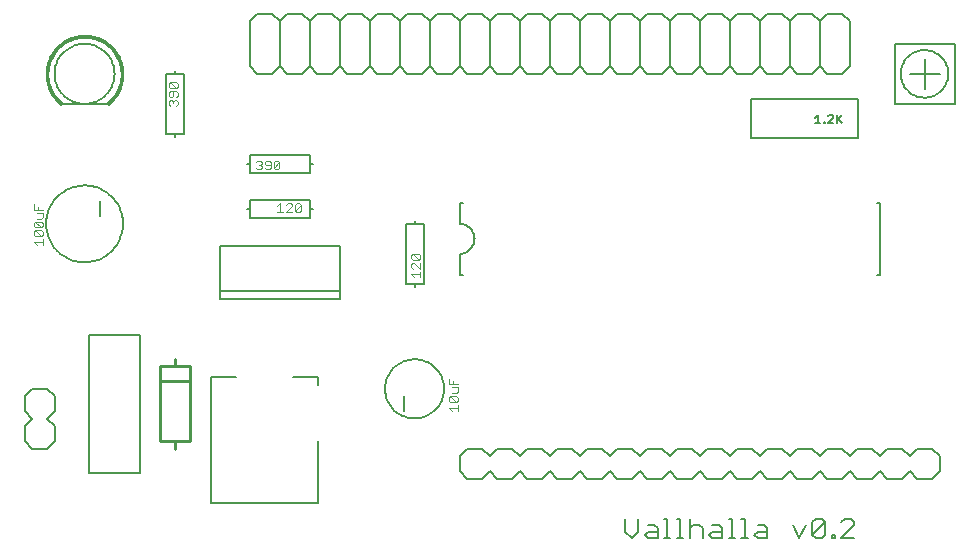
<source format=gto>
G75*
%MOIN*%
%OFA0B0*%
%FSLAX24Y24*%
%IPPOS*%
%LPD*%
%AMOC8*
5,1,8,0,0,1.08239X$1,22.5*
%
%ADD10C,0.0060*%
%ADD11C,0.0050*%
%ADD12C,0.0080*%
%ADD13C,0.0030*%
%ADD14C,0.0010*%
%ADD15C,0.0100*%
D10*
X023210Y001924D02*
X023424Y001710D01*
X023637Y001924D01*
X023637Y002351D01*
X023961Y002137D02*
X024175Y002137D01*
X024282Y002030D01*
X024282Y001710D01*
X023961Y001710D01*
X023855Y001817D01*
X023961Y001924D01*
X024282Y001924D01*
X024499Y001710D02*
X024713Y001710D01*
X024606Y001710D02*
X024606Y002351D01*
X024499Y002351D01*
X024929Y002351D02*
X025036Y002351D01*
X025036Y001710D01*
X025142Y001710D02*
X024929Y001710D01*
X025358Y001710D02*
X025358Y002351D01*
X025465Y002137D02*
X025679Y002137D01*
X025786Y002030D01*
X025786Y001710D01*
X026003Y001817D02*
X026110Y001924D01*
X026430Y001924D01*
X026430Y002030D02*
X026430Y001710D01*
X026110Y001710D01*
X026003Y001817D01*
X026323Y002137D02*
X026430Y002030D01*
X026323Y002137D02*
X026110Y002137D01*
X025465Y002137D02*
X025358Y002030D01*
X026648Y001710D02*
X026861Y001710D01*
X026754Y001710D02*
X026754Y002351D01*
X026648Y002351D01*
X027077Y002351D02*
X027184Y002351D01*
X027184Y001710D01*
X027077Y001710D02*
X027291Y001710D01*
X027507Y001817D02*
X027614Y001924D01*
X027934Y001924D01*
X027934Y002030D02*
X027934Y001710D01*
X027614Y001710D01*
X027507Y001817D01*
X027827Y002137D02*
X027934Y002030D01*
X027827Y002137D02*
X027614Y002137D01*
X028796Y002137D02*
X029010Y001710D01*
X029223Y002137D01*
X029441Y002244D02*
X029547Y002351D01*
X029761Y002351D01*
X029868Y002244D01*
X029441Y001817D01*
X029547Y001710D01*
X029761Y001710D01*
X029868Y001817D01*
X029868Y002244D01*
X030407Y002244D02*
X030514Y002351D01*
X030728Y002351D01*
X030835Y002244D01*
X030835Y002137D01*
X030407Y001710D01*
X030835Y001710D01*
X030192Y001710D02*
X030085Y001710D01*
X030085Y001817D01*
X030192Y001817D01*
X030192Y001710D01*
X029441Y001817D02*
X029441Y002244D01*
X023210Y002351D02*
X023210Y001924D01*
X023430Y017180D02*
X022930Y017180D01*
X022680Y017430D01*
X022680Y018930D01*
X022930Y019180D01*
X023430Y019180D01*
X023680Y018930D01*
X023680Y017430D01*
X023430Y017180D01*
X023680Y017430D02*
X023930Y017180D01*
X024430Y017180D01*
X024680Y017430D01*
X024680Y018930D01*
X024430Y019180D01*
X023930Y019180D01*
X023680Y018930D01*
X024680Y018930D02*
X024930Y019180D01*
X025430Y019180D01*
X025680Y018930D01*
X025680Y017430D01*
X025430Y017180D01*
X024930Y017180D01*
X024680Y017430D01*
X025680Y017430D02*
X025930Y017180D01*
X026430Y017180D01*
X026680Y017430D01*
X026680Y018930D01*
X026430Y019180D01*
X025930Y019180D01*
X025680Y018930D01*
X026680Y018930D02*
X026930Y019180D01*
X027430Y019180D01*
X027680Y018930D01*
X027680Y017430D01*
X027430Y017180D01*
X026930Y017180D01*
X026680Y017430D01*
X027680Y017430D02*
X027930Y017180D01*
X028430Y017180D01*
X028680Y017430D01*
X028680Y018930D01*
X028430Y019180D01*
X027930Y019180D01*
X027680Y018930D01*
X028680Y018930D02*
X028930Y019180D01*
X029430Y019180D01*
X029680Y018930D01*
X029680Y017430D01*
X029430Y017180D01*
X028930Y017180D01*
X028680Y017430D01*
X029680Y017430D02*
X029930Y017180D01*
X030430Y017180D01*
X030680Y017430D01*
X030680Y018930D01*
X030430Y019180D01*
X029930Y019180D01*
X029680Y018930D01*
X022680Y018930D02*
X022430Y019180D01*
X021930Y019180D01*
X021680Y018930D01*
X021680Y017430D01*
X021430Y017180D01*
X020930Y017180D01*
X020680Y017430D01*
X020680Y018930D01*
X020930Y019180D01*
X021430Y019180D01*
X021680Y018930D01*
X020680Y018930D02*
X020430Y019180D01*
X019930Y019180D01*
X019680Y018930D01*
X019680Y017430D01*
X019430Y017180D01*
X018930Y017180D01*
X018680Y017430D01*
X018680Y018930D01*
X018930Y019180D01*
X019430Y019180D01*
X019680Y018930D01*
X018680Y018930D02*
X018430Y019180D01*
X017930Y019180D01*
X017680Y018930D01*
X017680Y017430D01*
X017430Y017180D01*
X016930Y017180D01*
X016680Y017430D01*
X016680Y018930D01*
X016930Y019180D01*
X017430Y019180D01*
X017680Y018930D01*
X016680Y018930D02*
X016430Y019180D01*
X015930Y019180D01*
X015680Y018930D01*
X015680Y017430D01*
X015430Y017180D01*
X014930Y017180D01*
X014680Y017430D01*
X014680Y018930D01*
X014930Y019180D01*
X015430Y019180D01*
X015680Y018930D01*
X014680Y018930D02*
X014430Y019180D01*
X013930Y019180D01*
X013680Y018930D01*
X013680Y017430D01*
X013430Y017180D01*
X012930Y017180D01*
X012680Y017430D01*
X012680Y018930D01*
X012930Y019180D01*
X013430Y019180D01*
X013680Y018930D01*
X012680Y018930D02*
X012430Y019180D01*
X011930Y019180D01*
X011680Y018930D01*
X011430Y019180D01*
X010930Y019180D01*
X010680Y018930D01*
X010680Y017430D01*
X010930Y017180D01*
X011430Y017180D01*
X011680Y017430D01*
X011680Y018930D01*
X011680Y017430D02*
X011930Y017180D01*
X012430Y017180D01*
X012680Y017430D01*
X013680Y017430D02*
X013930Y017180D01*
X014430Y017180D01*
X014680Y017430D01*
X015680Y017430D02*
X015930Y017180D01*
X016430Y017180D01*
X016680Y017430D01*
X017680Y017430D02*
X017930Y017180D01*
X018430Y017180D01*
X018680Y017430D01*
X019680Y017430D02*
X019930Y017180D01*
X020430Y017180D01*
X020680Y017430D01*
X021680Y017430D02*
X021930Y017180D01*
X022430Y017180D01*
X022680Y017430D01*
X004180Y017180D02*
X004182Y017243D01*
X004188Y017305D01*
X004198Y017367D01*
X004211Y017429D01*
X004229Y017489D01*
X004250Y017548D01*
X004275Y017606D01*
X004304Y017662D01*
X004336Y017716D01*
X004371Y017768D01*
X004409Y017817D01*
X004451Y017865D01*
X004495Y017909D01*
X004543Y017951D01*
X004592Y017989D01*
X004644Y018024D01*
X004698Y018056D01*
X004754Y018085D01*
X004812Y018110D01*
X004871Y018131D01*
X004931Y018149D01*
X004993Y018162D01*
X005055Y018172D01*
X005117Y018178D01*
X005180Y018180D01*
X005243Y018178D01*
X005305Y018172D01*
X005367Y018162D01*
X005429Y018149D01*
X005489Y018131D01*
X005548Y018110D01*
X005606Y018085D01*
X005662Y018056D01*
X005716Y018024D01*
X005768Y017989D01*
X005817Y017951D01*
X005865Y017909D01*
X005909Y017865D01*
X005951Y017817D01*
X005989Y017768D01*
X006024Y017716D01*
X006056Y017662D01*
X006085Y017606D01*
X006110Y017548D01*
X006131Y017489D01*
X006149Y017429D01*
X006162Y017367D01*
X006172Y017305D01*
X006178Y017243D01*
X006180Y017180D01*
X006178Y017117D01*
X006172Y017055D01*
X006162Y016993D01*
X006149Y016931D01*
X006131Y016871D01*
X006110Y016812D01*
X006085Y016754D01*
X006056Y016698D01*
X006024Y016644D01*
X005989Y016592D01*
X005951Y016543D01*
X005909Y016495D01*
X005865Y016451D01*
X005817Y016409D01*
X005768Y016371D01*
X005716Y016336D01*
X005662Y016304D01*
X005606Y016275D01*
X005548Y016250D01*
X005489Y016229D01*
X005429Y016211D01*
X005367Y016198D01*
X005305Y016188D01*
X005243Y016182D01*
X005180Y016180D01*
X005117Y016182D01*
X005055Y016188D01*
X004993Y016198D01*
X004931Y016211D01*
X004871Y016229D01*
X004812Y016250D01*
X004754Y016275D01*
X004698Y016304D01*
X004644Y016336D01*
X004592Y016371D01*
X004543Y016409D01*
X004495Y016451D01*
X004451Y016495D01*
X004409Y016543D01*
X004371Y016592D01*
X004336Y016644D01*
X004304Y016698D01*
X004275Y016754D01*
X004250Y016812D01*
X004229Y016871D01*
X004211Y016931D01*
X004198Y016993D01*
X004188Y017055D01*
X004182Y017117D01*
X004180Y017180D01*
D11*
X005324Y003891D02*
X007036Y003891D01*
X007036Y008469D01*
X005324Y008469D01*
X005324Y003891D01*
X029524Y015535D02*
X029704Y015535D01*
X029614Y015535D02*
X029614Y015805D01*
X029524Y015715D01*
X029818Y015580D02*
X029863Y015580D01*
X029863Y015535D01*
X029818Y015535D01*
X029818Y015580D01*
X029966Y015535D02*
X030146Y015715D01*
X030146Y015760D01*
X030101Y015805D01*
X030011Y015805D01*
X029966Y015760D01*
X029966Y015535D02*
X030146Y015535D01*
X030260Y015535D02*
X030260Y015805D01*
X030305Y015670D02*
X030441Y015535D01*
X030260Y015625D02*
X030441Y015805D01*
X032180Y016180D02*
X034180Y016180D01*
X034180Y018180D01*
X032180Y018180D01*
X032180Y016180D01*
X033180Y016680D02*
X033180Y017180D01*
X032389Y017180D02*
X032391Y017236D01*
X032397Y017291D01*
X032407Y017346D01*
X032420Y017400D01*
X032438Y017453D01*
X032459Y017505D01*
X032484Y017555D01*
X032512Y017603D01*
X032543Y017649D01*
X032578Y017693D01*
X032616Y017734D01*
X032656Y017773D01*
X032699Y017808D01*
X032745Y017841D01*
X032793Y017870D01*
X032842Y017895D01*
X032893Y017917D01*
X032946Y017936D01*
X033000Y017950D01*
X033055Y017961D01*
X033110Y017968D01*
X033166Y017971D01*
X033222Y017970D01*
X033277Y017965D01*
X033333Y017956D01*
X033387Y017943D01*
X033440Y017927D01*
X033492Y017907D01*
X033543Y017883D01*
X033592Y017856D01*
X033638Y017825D01*
X033682Y017791D01*
X033724Y017754D01*
X033763Y017714D01*
X033800Y017672D01*
X033833Y017627D01*
X033863Y017580D01*
X033889Y017530D01*
X033912Y017479D01*
X033931Y017427D01*
X033947Y017373D01*
X033959Y017319D01*
X033967Y017264D01*
X033971Y017208D01*
X033971Y017152D01*
X033967Y017096D01*
X033959Y017041D01*
X033947Y016987D01*
X033931Y016933D01*
X033912Y016881D01*
X033889Y016830D01*
X033863Y016780D01*
X033833Y016733D01*
X033800Y016688D01*
X033763Y016646D01*
X033724Y016606D01*
X033682Y016569D01*
X033638Y016535D01*
X033592Y016504D01*
X033543Y016477D01*
X033492Y016453D01*
X033440Y016433D01*
X033387Y016417D01*
X033333Y016404D01*
X033277Y016395D01*
X033222Y016390D01*
X033166Y016389D01*
X033110Y016392D01*
X033055Y016399D01*
X033000Y016410D01*
X032946Y016424D01*
X032893Y016443D01*
X032842Y016465D01*
X032793Y016490D01*
X032745Y016519D01*
X032699Y016552D01*
X032656Y016587D01*
X032616Y016626D01*
X032578Y016667D01*
X032543Y016711D01*
X032512Y016757D01*
X032484Y016805D01*
X032459Y016855D01*
X032438Y016907D01*
X032420Y016960D01*
X032407Y017014D01*
X032397Y017069D01*
X032391Y017124D01*
X032389Y017180D01*
X032680Y017180D02*
X033180Y017180D01*
X033180Y017680D01*
X033180Y017180D02*
X033680Y017180D01*
D12*
X030952Y016330D02*
X027408Y016330D01*
X027408Y015030D01*
X030952Y015030D01*
X030952Y016330D01*
X031580Y012880D02*
X031680Y012880D01*
X031680Y010480D01*
X031580Y010480D01*
X031430Y004680D02*
X030930Y004680D01*
X030680Y004430D01*
X030430Y004680D01*
X029930Y004680D01*
X029680Y004430D01*
X029430Y004680D01*
X028930Y004680D01*
X028680Y004430D01*
X028430Y004680D01*
X027930Y004680D01*
X027680Y004430D01*
X027430Y004680D01*
X026930Y004680D01*
X026680Y004430D01*
X026430Y004680D01*
X025930Y004680D01*
X025680Y004430D01*
X025430Y004680D01*
X024930Y004680D01*
X024680Y004430D01*
X024430Y004680D01*
X023930Y004680D01*
X023680Y004430D01*
X023430Y004680D01*
X022930Y004680D01*
X022680Y004430D01*
X022430Y004680D01*
X021930Y004680D01*
X021680Y004430D01*
X021430Y004680D01*
X020930Y004680D01*
X020680Y004430D01*
X020430Y004680D01*
X019930Y004680D01*
X019680Y004430D01*
X019430Y004680D01*
X018930Y004680D01*
X018680Y004430D01*
X018430Y004680D01*
X017930Y004680D01*
X017680Y004430D01*
X017680Y003930D01*
X017930Y003680D01*
X018430Y003680D01*
X018680Y003930D01*
X018930Y003680D01*
X019430Y003680D01*
X019680Y003930D01*
X019930Y003680D01*
X020430Y003680D01*
X020680Y003930D01*
X020930Y003680D01*
X021430Y003680D01*
X021680Y003930D01*
X021930Y003680D01*
X022430Y003680D01*
X022680Y003930D01*
X022930Y003680D01*
X023430Y003680D01*
X023680Y003930D01*
X023930Y003680D01*
X024430Y003680D01*
X024680Y003930D01*
X024930Y003680D01*
X025430Y003680D01*
X025680Y003930D01*
X025930Y003680D01*
X026430Y003680D01*
X026680Y003930D01*
X026930Y003680D01*
X027430Y003680D01*
X027680Y003930D01*
X027930Y003680D01*
X028430Y003680D01*
X028680Y003930D01*
X028930Y003680D01*
X029430Y003680D01*
X029680Y003930D01*
X029930Y003680D01*
X030430Y003680D01*
X030680Y003930D01*
X030930Y003680D01*
X031430Y003680D01*
X031680Y003930D01*
X031930Y003680D01*
X032430Y003680D01*
X032680Y003930D01*
X032930Y003680D01*
X033430Y003680D01*
X033680Y003930D01*
X033680Y004430D01*
X033430Y004680D01*
X032930Y004680D01*
X032680Y004430D01*
X032430Y004680D01*
X031930Y004680D01*
X031680Y004430D01*
X031430Y004680D01*
X033680Y004430D02*
X033680Y003930D01*
X017780Y010480D02*
X017680Y010480D01*
X017680Y011180D01*
X017724Y011182D01*
X017767Y011188D01*
X017809Y011197D01*
X017851Y011210D01*
X017891Y011227D01*
X017930Y011247D01*
X017967Y011270D01*
X018001Y011297D01*
X018034Y011326D01*
X018063Y011359D01*
X018090Y011393D01*
X018113Y011430D01*
X018133Y011469D01*
X018150Y011509D01*
X018163Y011551D01*
X018172Y011593D01*
X018178Y011636D01*
X018180Y011680D01*
X018178Y011724D01*
X018172Y011767D01*
X018163Y011809D01*
X018150Y011851D01*
X018133Y011891D01*
X018113Y011930D01*
X018090Y011967D01*
X018063Y012001D01*
X018034Y012034D01*
X018001Y012063D01*
X017967Y012090D01*
X017930Y012113D01*
X017891Y012133D01*
X017851Y012150D01*
X017809Y012163D01*
X017767Y012172D01*
X017724Y012178D01*
X017680Y012180D01*
X017680Y012880D01*
X017780Y012880D01*
X016480Y012180D02*
X016480Y010180D01*
X016180Y010180D01*
X016180Y010080D01*
X016180Y010180D02*
X015880Y010180D01*
X015880Y012180D01*
X016180Y012180D01*
X016180Y012280D01*
X016180Y012180D02*
X016480Y012180D01*
X013680Y011430D02*
X013680Y009930D01*
X009680Y009930D01*
X009680Y011430D01*
X013680Y011430D01*
X012680Y012380D02*
X012680Y012680D01*
X012780Y012680D01*
X012680Y012680D02*
X012680Y012980D01*
X010680Y012980D01*
X010680Y012680D01*
X010580Y012680D01*
X010680Y012680D02*
X010680Y012380D01*
X012680Y012380D01*
X012680Y013880D02*
X010680Y013880D01*
X010680Y014180D01*
X010580Y014180D01*
X010680Y014180D02*
X010680Y014480D01*
X012680Y014480D01*
X012680Y014180D01*
X012780Y014180D01*
X012680Y014180D02*
X012680Y013880D01*
X008480Y015180D02*
X008180Y015180D01*
X008180Y015080D01*
X008180Y015180D02*
X007880Y015180D01*
X007880Y017180D01*
X008180Y017180D01*
X008180Y017280D01*
X008180Y017180D02*
X008480Y017180D01*
X008480Y015180D01*
X005930Y016180D02*
X004430Y016180D01*
X005680Y012930D02*
X005680Y012430D01*
X003900Y012180D02*
X003902Y012251D01*
X003908Y012322D01*
X003918Y012393D01*
X003932Y012462D01*
X003949Y012531D01*
X003971Y012599D01*
X003996Y012666D01*
X004025Y012731D01*
X004057Y012794D01*
X004093Y012856D01*
X004132Y012915D01*
X004175Y012972D01*
X004220Y013027D01*
X004269Y013079D01*
X004320Y013128D01*
X004374Y013174D01*
X004431Y013218D01*
X004489Y013258D01*
X004550Y013294D01*
X004613Y013328D01*
X004678Y013357D01*
X004744Y013383D01*
X004812Y013406D01*
X004880Y013424D01*
X004950Y013439D01*
X005020Y013450D01*
X005091Y013457D01*
X005162Y013460D01*
X005233Y013459D01*
X005304Y013454D01*
X005375Y013445D01*
X005445Y013432D01*
X005514Y013416D01*
X005582Y013395D01*
X005649Y013371D01*
X005715Y013343D01*
X005778Y013311D01*
X005840Y013276D01*
X005900Y013238D01*
X005958Y013196D01*
X006013Y013152D01*
X006066Y013104D01*
X006116Y013053D01*
X006163Y013000D01*
X006207Y012944D01*
X006248Y012886D01*
X006286Y012825D01*
X006320Y012763D01*
X006350Y012698D01*
X006377Y012633D01*
X006401Y012565D01*
X006420Y012497D01*
X006436Y012428D01*
X006448Y012357D01*
X006456Y012287D01*
X006460Y012216D01*
X006460Y012144D01*
X006456Y012073D01*
X006448Y012003D01*
X006436Y011932D01*
X006420Y011863D01*
X006401Y011795D01*
X006377Y011727D01*
X006350Y011662D01*
X006320Y011597D01*
X006286Y011535D01*
X006248Y011474D01*
X006207Y011416D01*
X006163Y011360D01*
X006116Y011307D01*
X006066Y011256D01*
X006013Y011208D01*
X005958Y011164D01*
X005900Y011122D01*
X005840Y011084D01*
X005778Y011049D01*
X005715Y011017D01*
X005649Y010989D01*
X005582Y010965D01*
X005514Y010944D01*
X005445Y010928D01*
X005375Y010915D01*
X005304Y010906D01*
X005233Y010901D01*
X005162Y010900D01*
X005091Y010903D01*
X005020Y010910D01*
X004950Y010921D01*
X004880Y010936D01*
X004812Y010954D01*
X004744Y010977D01*
X004678Y011003D01*
X004613Y011032D01*
X004550Y011066D01*
X004489Y011102D01*
X004431Y011142D01*
X004374Y011186D01*
X004320Y011232D01*
X004269Y011281D01*
X004220Y011333D01*
X004175Y011388D01*
X004132Y011445D01*
X004093Y011504D01*
X004057Y011566D01*
X004025Y011629D01*
X003996Y011694D01*
X003971Y011761D01*
X003949Y011829D01*
X003932Y011898D01*
X003918Y011967D01*
X003908Y012038D01*
X003902Y012109D01*
X003900Y012180D01*
X009680Y009930D02*
X009680Y009680D01*
X013680Y009680D01*
X013680Y009930D01*
X012952Y007074D02*
X012125Y007074D01*
X012952Y007074D02*
X012952Y006798D01*
X015818Y006426D02*
X015818Y005926D01*
X015196Y006680D02*
X015198Y006742D01*
X015204Y006805D01*
X015214Y006866D01*
X015228Y006927D01*
X015245Y006987D01*
X015266Y007046D01*
X015292Y007103D01*
X015320Y007158D01*
X015352Y007212D01*
X015388Y007263D01*
X015426Y007313D01*
X015468Y007359D01*
X015512Y007403D01*
X015560Y007444D01*
X015609Y007482D01*
X015661Y007516D01*
X015715Y007547D01*
X015771Y007575D01*
X015829Y007599D01*
X015888Y007620D01*
X015948Y007636D01*
X016009Y007649D01*
X016071Y007658D01*
X016133Y007663D01*
X016196Y007664D01*
X016258Y007661D01*
X016320Y007654D01*
X016382Y007643D01*
X016442Y007628D01*
X016502Y007610D01*
X016560Y007588D01*
X016617Y007562D01*
X016672Y007532D01*
X016725Y007499D01*
X016776Y007463D01*
X016824Y007424D01*
X016870Y007381D01*
X016913Y007336D01*
X016953Y007288D01*
X016990Y007238D01*
X017024Y007185D01*
X017055Y007131D01*
X017081Y007075D01*
X017105Y007017D01*
X017124Y006957D01*
X017140Y006897D01*
X017152Y006835D01*
X017160Y006774D01*
X017164Y006711D01*
X017164Y006649D01*
X017160Y006586D01*
X017152Y006525D01*
X017140Y006463D01*
X017124Y006403D01*
X017105Y006343D01*
X017081Y006285D01*
X017055Y006229D01*
X017024Y006175D01*
X016990Y006122D01*
X016953Y006072D01*
X016913Y006024D01*
X016870Y005979D01*
X016824Y005936D01*
X016776Y005897D01*
X016725Y005861D01*
X016672Y005828D01*
X016617Y005798D01*
X016560Y005772D01*
X016502Y005750D01*
X016442Y005732D01*
X016382Y005717D01*
X016320Y005706D01*
X016258Y005699D01*
X016196Y005696D01*
X016133Y005697D01*
X016071Y005702D01*
X016009Y005711D01*
X015948Y005724D01*
X015888Y005740D01*
X015829Y005761D01*
X015771Y005785D01*
X015715Y005813D01*
X015661Y005844D01*
X015609Y005878D01*
X015560Y005916D01*
X015512Y005957D01*
X015468Y006001D01*
X015426Y006047D01*
X015388Y006097D01*
X015352Y006148D01*
X015320Y006202D01*
X015292Y006257D01*
X015266Y006314D01*
X015245Y006373D01*
X015228Y006433D01*
X015214Y006494D01*
X015204Y006555D01*
X015198Y006618D01*
X015196Y006680D01*
X012952Y004948D02*
X012952Y002861D01*
X009408Y002861D01*
X009408Y007074D01*
X010235Y007074D01*
X004180Y006430D02*
X004180Y005930D01*
X003930Y005680D01*
X004180Y005430D01*
X004180Y004930D01*
X003930Y004680D01*
X003430Y004680D01*
X003180Y004930D01*
X003180Y005430D01*
X003430Y005680D01*
X003180Y005930D01*
X003180Y006430D01*
X003430Y006680D01*
X003930Y006680D01*
X004180Y006430D01*
X017680Y004430D02*
X017680Y003930D01*
D13*
X017615Y005945D02*
X017615Y006138D01*
X017615Y006042D02*
X017325Y006042D01*
X017422Y005945D01*
X017373Y006240D02*
X017325Y006288D01*
X017325Y006385D01*
X017373Y006433D01*
X017567Y006240D01*
X017615Y006288D01*
X017615Y006385D01*
X017567Y006433D01*
X017373Y006433D01*
X017422Y006534D02*
X017567Y006534D01*
X017615Y006583D01*
X017615Y006728D01*
X017422Y006728D01*
X017470Y006829D02*
X017470Y006926D01*
X017325Y007022D02*
X017325Y006829D01*
X017615Y006829D01*
X017567Y006240D02*
X017373Y006240D01*
X016365Y010395D02*
X016365Y010588D01*
X016365Y010492D02*
X016075Y010492D01*
X016172Y010395D01*
X016123Y010690D02*
X016075Y010738D01*
X016075Y010835D01*
X016123Y010883D01*
X016172Y010883D01*
X016365Y010690D01*
X016365Y010883D01*
X016317Y010984D02*
X016123Y011178D01*
X016317Y011178D01*
X016365Y011129D01*
X016365Y011033D01*
X016317Y010984D01*
X016123Y010984D01*
X016075Y011033D01*
X016075Y011129D01*
X016123Y011178D01*
X012394Y012623D02*
X012345Y012575D01*
X012249Y012575D01*
X012200Y012623D01*
X012394Y012817D01*
X012394Y012623D01*
X012200Y012623D02*
X012200Y012817D01*
X012249Y012865D01*
X012345Y012865D01*
X012394Y012817D01*
X012099Y012817D02*
X012051Y012865D01*
X011954Y012865D01*
X011906Y012817D01*
X012099Y012817D02*
X012099Y012768D01*
X011906Y012575D01*
X012099Y012575D01*
X011805Y012575D02*
X011611Y012575D01*
X011708Y012575D02*
X011708Y012865D01*
X011611Y012768D01*
X011629Y013995D02*
X011533Y013995D01*
X011484Y014043D01*
X011678Y014237D01*
X011678Y014043D01*
X011629Y013995D01*
X011484Y014043D02*
X011484Y014237D01*
X011533Y014285D01*
X011629Y014285D01*
X011678Y014237D01*
X011383Y014237D02*
X011335Y014285D01*
X011238Y014285D01*
X011190Y014237D01*
X011190Y014188D01*
X011238Y014140D01*
X011383Y014140D01*
X011383Y014043D02*
X011383Y014237D01*
X011383Y014043D02*
X011335Y013995D01*
X011238Y013995D01*
X011190Y014043D01*
X011088Y014043D02*
X011040Y013995D01*
X010943Y013995D01*
X010895Y014043D01*
X010992Y014140D02*
X011040Y014140D01*
X011088Y014092D01*
X011088Y014043D01*
X011040Y014140D02*
X011088Y014188D01*
X011088Y014237D01*
X011040Y014285D01*
X010943Y014285D01*
X010895Y014237D01*
X008285Y016159D02*
X008237Y016111D01*
X008285Y016159D02*
X008285Y016256D01*
X008237Y016305D01*
X008188Y016305D01*
X008140Y016256D01*
X008140Y016208D01*
X008140Y016256D02*
X008092Y016305D01*
X008043Y016305D01*
X007995Y016256D01*
X007995Y016159D01*
X008043Y016111D01*
X008043Y016406D02*
X008092Y016406D01*
X008140Y016454D01*
X008140Y016599D01*
X008237Y016599D02*
X008043Y016599D01*
X007995Y016551D01*
X007995Y016454D01*
X008043Y016406D01*
X008237Y016406D02*
X008285Y016454D01*
X008285Y016551D01*
X008237Y016599D01*
X008237Y016700D02*
X008043Y016894D01*
X008237Y016894D01*
X008285Y016845D01*
X008285Y016749D01*
X008237Y016700D01*
X008043Y016700D01*
X007995Y016749D01*
X007995Y016845D01*
X008043Y016894D01*
X003785Y012650D02*
X003495Y012650D01*
X003495Y012844D01*
X003640Y012747D02*
X003640Y012650D01*
X003592Y012549D02*
X003785Y012549D01*
X003785Y012404D01*
X003737Y012356D01*
X003592Y012356D01*
X003543Y012255D02*
X003737Y012061D01*
X003785Y012109D01*
X003785Y012206D01*
X003737Y012255D01*
X003543Y012255D01*
X003495Y012206D01*
X003495Y012109D01*
X003543Y012061D01*
X003737Y012061D01*
X003737Y011960D02*
X003785Y011912D01*
X003785Y011815D01*
X003737Y011766D01*
X003543Y011960D01*
X003737Y011960D01*
X003737Y011766D02*
X003543Y011766D01*
X003495Y011815D01*
X003495Y011912D01*
X003543Y011960D01*
X003785Y011665D02*
X003785Y011472D01*
X003785Y011568D02*
X003495Y011568D01*
X003592Y011472D01*
D14*
X005960Y016148D02*
X005906Y016220D01*
X005907Y016219D02*
X005960Y016262D01*
X006011Y016307D01*
X006059Y016356D01*
X006104Y016407D01*
X006147Y016461D01*
X006186Y016517D01*
X006222Y016575D01*
X006255Y016635D01*
X006284Y016696D01*
X006309Y016760D01*
X006331Y016824D01*
X006350Y016890D01*
X006364Y016957D01*
X006375Y017024D01*
X006382Y017092D01*
X006385Y017160D01*
X006384Y017229D01*
X006379Y017297D01*
X006371Y017365D01*
X006358Y017432D01*
X006342Y017498D01*
X006322Y017563D01*
X006299Y017628D01*
X006272Y017690D01*
X006241Y017751D01*
X006207Y017810D01*
X006170Y017868D01*
X006129Y017923D01*
X006085Y017975D01*
X006039Y018025D01*
X005990Y018072D01*
X005938Y018117D01*
X005884Y018158D01*
X005827Y018197D01*
X005768Y018232D01*
X005708Y018263D01*
X005646Y018291D01*
X005582Y018316D01*
X005517Y018337D01*
X005451Y018354D01*
X005384Y018368D01*
X005316Y018377D01*
X005248Y018383D01*
X005180Y018385D01*
X005112Y018383D01*
X005044Y018377D01*
X004976Y018368D01*
X004909Y018354D01*
X004843Y018337D01*
X004778Y018316D01*
X004714Y018291D01*
X004652Y018263D01*
X004592Y018232D01*
X004533Y018197D01*
X004476Y018158D01*
X004422Y018117D01*
X004370Y018072D01*
X004321Y018025D01*
X004275Y017975D01*
X004231Y017923D01*
X004190Y017868D01*
X004153Y017810D01*
X004119Y017751D01*
X004088Y017690D01*
X004061Y017628D01*
X004038Y017563D01*
X004018Y017498D01*
X004002Y017432D01*
X003989Y017365D01*
X003981Y017297D01*
X003976Y017229D01*
X003975Y017160D01*
X003978Y017092D01*
X003985Y017024D01*
X003996Y016957D01*
X004010Y016890D01*
X004029Y016824D01*
X004051Y016760D01*
X004076Y016696D01*
X004105Y016635D01*
X004138Y016575D01*
X004174Y016517D01*
X004213Y016461D01*
X004256Y016407D01*
X004301Y016356D01*
X004349Y016307D01*
X004400Y016262D01*
X004453Y016219D01*
X004400Y016148D01*
X004399Y016147D01*
X004344Y016191D01*
X004291Y016239D01*
X004240Y016289D01*
X004193Y016342D01*
X004149Y016397D01*
X004107Y016455D01*
X004069Y016515D01*
X004034Y016576D01*
X004003Y016640D01*
X003975Y016705D01*
X003951Y016772D01*
X003930Y016840D01*
X003914Y016909D01*
X003901Y016979D01*
X003892Y017049D01*
X003886Y017120D01*
X003885Y017191D01*
X003888Y017262D01*
X003894Y017333D01*
X003904Y017403D01*
X003918Y017472D01*
X003936Y017541D01*
X003958Y017609D01*
X003983Y017675D01*
X004012Y017740D01*
X004045Y017803D01*
X004081Y017864D01*
X004120Y017923D01*
X004162Y017980D01*
X004207Y018035D01*
X004256Y018087D01*
X004307Y018136D01*
X004360Y018183D01*
X004417Y018226D01*
X004475Y018266D01*
X004536Y018303D01*
X004598Y018337D01*
X004662Y018367D01*
X004728Y018394D01*
X004795Y018417D01*
X004864Y018436D01*
X004933Y018451D01*
X005003Y018463D01*
X005074Y018471D01*
X005145Y018475D01*
X005215Y018475D01*
X005286Y018471D01*
X005357Y018463D01*
X005427Y018451D01*
X005496Y018436D01*
X005565Y018417D01*
X005632Y018394D01*
X005698Y018367D01*
X005762Y018337D01*
X005824Y018303D01*
X005885Y018266D01*
X005943Y018226D01*
X006000Y018183D01*
X006053Y018136D01*
X006104Y018087D01*
X006153Y018035D01*
X006198Y017980D01*
X006240Y017923D01*
X006279Y017864D01*
X006315Y017803D01*
X006348Y017740D01*
X006377Y017675D01*
X006402Y017609D01*
X006424Y017541D01*
X006442Y017472D01*
X006456Y017403D01*
X006466Y017333D01*
X006472Y017262D01*
X006475Y017191D01*
X006474Y017120D01*
X006468Y017049D01*
X006459Y016979D01*
X006446Y016909D01*
X006430Y016840D01*
X006409Y016772D01*
X006385Y016705D01*
X006357Y016640D01*
X006326Y016576D01*
X006291Y016515D01*
X006253Y016455D01*
X006211Y016397D01*
X006167Y016342D01*
X006120Y016289D01*
X006069Y016239D01*
X006016Y016191D01*
X005961Y016147D01*
X005956Y016154D01*
X006011Y016199D01*
X006064Y016246D01*
X006115Y016297D01*
X006162Y016350D01*
X006207Y016406D01*
X006248Y016464D01*
X006286Y016524D01*
X006321Y016586D01*
X006352Y016650D01*
X006379Y016716D01*
X006403Y016783D01*
X006423Y016852D01*
X006440Y016921D01*
X006452Y016991D01*
X006461Y017062D01*
X006465Y017133D01*
X006466Y017204D01*
X006462Y017275D01*
X006455Y017346D01*
X006444Y017417D01*
X006429Y017486D01*
X006410Y017555D01*
X006387Y017623D01*
X006361Y017689D01*
X006331Y017754D01*
X006297Y017816D01*
X006261Y017877D01*
X006220Y017936D01*
X006177Y017993D01*
X006130Y018047D01*
X006081Y018098D01*
X006028Y018146D01*
X005974Y018192D01*
X005916Y018234D01*
X005857Y018273D01*
X005795Y018309D01*
X005732Y018342D01*
X005667Y018370D01*
X005600Y018396D01*
X005532Y018417D01*
X005463Y018435D01*
X005393Y018448D01*
X005322Y018458D01*
X005251Y018464D01*
X005180Y018466D01*
X005109Y018464D01*
X005038Y018458D01*
X004967Y018448D01*
X004897Y018435D01*
X004828Y018417D01*
X004760Y018396D01*
X004693Y018370D01*
X004628Y018342D01*
X004565Y018309D01*
X004503Y018273D01*
X004444Y018234D01*
X004386Y018192D01*
X004332Y018146D01*
X004279Y018098D01*
X004230Y018047D01*
X004183Y017993D01*
X004140Y017936D01*
X004099Y017877D01*
X004063Y017816D01*
X004029Y017754D01*
X003999Y017689D01*
X003973Y017623D01*
X003950Y017555D01*
X003931Y017486D01*
X003916Y017417D01*
X003905Y017346D01*
X003898Y017275D01*
X003894Y017204D01*
X003895Y017133D01*
X003899Y017062D01*
X003908Y016991D01*
X003920Y016921D01*
X003937Y016852D01*
X003957Y016783D01*
X003981Y016716D01*
X004008Y016650D01*
X004039Y016586D01*
X004074Y016524D01*
X004112Y016464D01*
X004153Y016406D01*
X004198Y016350D01*
X004245Y016297D01*
X004296Y016246D01*
X004349Y016199D01*
X004404Y016154D01*
X004410Y016161D01*
X004355Y016206D01*
X004302Y016253D01*
X004252Y016303D01*
X004205Y016356D01*
X004161Y016411D01*
X004119Y016469D01*
X004082Y016528D01*
X004047Y016590D01*
X004016Y016654D01*
X003989Y016719D01*
X003965Y016786D01*
X003945Y016854D01*
X003929Y016923D01*
X003917Y016992D01*
X003908Y017063D01*
X003904Y017133D01*
X003903Y017204D01*
X003907Y017275D01*
X003914Y017345D01*
X003925Y017415D01*
X003940Y017484D01*
X003959Y017552D01*
X003981Y017620D01*
X004007Y017685D01*
X004037Y017750D01*
X004070Y017812D01*
X004107Y017872D01*
X004147Y017931D01*
X004190Y017987D01*
X004236Y018041D01*
X004286Y018091D01*
X004337Y018140D01*
X004392Y018185D01*
X004449Y018227D01*
X004508Y018266D01*
X004569Y018301D01*
X004632Y018334D01*
X004697Y018362D01*
X004763Y018387D01*
X004831Y018408D01*
X004899Y018426D01*
X004969Y018439D01*
X005039Y018449D01*
X005109Y018455D01*
X005180Y018457D01*
X005251Y018455D01*
X005321Y018449D01*
X005391Y018439D01*
X005461Y018426D01*
X005529Y018408D01*
X005597Y018387D01*
X005663Y018362D01*
X005728Y018334D01*
X005791Y018301D01*
X005852Y018266D01*
X005911Y018227D01*
X005968Y018185D01*
X006023Y018140D01*
X006074Y018091D01*
X006124Y018041D01*
X006170Y017987D01*
X006213Y017931D01*
X006253Y017872D01*
X006290Y017812D01*
X006323Y017750D01*
X006353Y017685D01*
X006379Y017620D01*
X006401Y017552D01*
X006420Y017484D01*
X006435Y017415D01*
X006446Y017345D01*
X006453Y017275D01*
X006457Y017204D01*
X006456Y017133D01*
X006452Y017063D01*
X006443Y016992D01*
X006431Y016923D01*
X006415Y016854D01*
X006395Y016786D01*
X006371Y016719D01*
X006344Y016654D01*
X006313Y016590D01*
X006278Y016528D01*
X006241Y016469D01*
X006199Y016411D01*
X006155Y016356D01*
X006108Y016303D01*
X006058Y016253D01*
X006005Y016206D01*
X005950Y016161D01*
X005945Y016169D01*
X006000Y016213D01*
X006053Y016261D01*
X006103Y016311D01*
X006151Y016364D01*
X006195Y016420D01*
X006236Y016478D01*
X006273Y016538D01*
X006308Y016600D01*
X006338Y016664D01*
X006365Y016730D01*
X006389Y016797D01*
X006408Y016865D01*
X006424Y016935D01*
X006436Y017005D01*
X006444Y017075D01*
X006448Y017146D01*
X006447Y017217D01*
X006443Y017288D01*
X006435Y017359D01*
X006423Y017429D01*
X006407Y017498D01*
X006388Y017566D01*
X006364Y017634D01*
X006337Y017699D01*
X006306Y017763D01*
X006272Y017825D01*
X006234Y017885D01*
X006192Y017943D01*
X006148Y017999D01*
X006101Y018052D01*
X006050Y018102D01*
X005997Y018149D01*
X005942Y018194D01*
X005884Y018235D01*
X005824Y018272D01*
X005761Y018307D01*
X005697Y018338D01*
X005632Y018365D01*
X005565Y018388D01*
X005496Y018408D01*
X005427Y018424D01*
X005357Y018436D01*
X005286Y018444D01*
X005216Y018448D01*
X005144Y018448D01*
X005074Y018444D01*
X005003Y018436D01*
X004933Y018424D01*
X004864Y018408D01*
X004795Y018388D01*
X004728Y018365D01*
X004663Y018338D01*
X004599Y018307D01*
X004536Y018272D01*
X004476Y018235D01*
X004418Y018194D01*
X004363Y018149D01*
X004310Y018102D01*
X004259Y018052D01*
X004212Y017999D01*
X004168Y017943D01*
X004126Y017885D01*
X004088Y017825D01*
X004054Y017763D01*
X004023Y017699D01*
X003996Y017634D01*
X003972Y017566D01*
X003953Y017498D01*
X003937Y017429D01*
X003925Y017359D01*
X003917Y017288D01*
X003913Y017217D01*
X003912Y017146D01*
X003916Y017075D01*
X003924Y017005D01*
X003936Y016935D01*
X003952Y016865D01*
X003971Y016797D01*
X003995Y016730D01*
X004022Y016664D01*
X004052Y016600D01*
X004087Y016538D01*
X004124Y016478D01*
X004165Y016420D01*
X004209Y016364D01*
X004257Y016311D01*
X004307Y016261D01*
X004360Y016213D01*
X004415Y016169D01*
X004421Y016176D01*
X004366Y016220D01*
X004313Y016267D01*
X004263Y016317D01*
X004216Y016370D01*
X004172Y016425D01*
X004132Y016483D01*
X004094Y016542D01*
X004060Y016604D01*
X004030Y016668D01*
X004003Y016733D01*
X003980Y016800D01*
X003960Y016868D01*
X003945Y016936D01*
X003933Y017006D01*
X003925Y017076D01*
X003921Y017147D01*
X003922Y017217D01*
X003926Y017288D01*
X003934Y017358D01*
X003946Y017427D01*
X003961Y017496D01*
X003981Y017564D01*
X004004Y017630D01*
X004031Y017695D01*
X004062Y017759D01*
X004096Y017821D01*
X004134Y017880D01*
X004175Y017938D01*
X004219Y017993D01*
X004266Y018046D01*
X004316Y018095D01*
X004368Y018142D01*
X004424Y018186D01*
X004481Y018227D01*
X004541Y018265D01*
X004603Y018299D01*
X004666Y018329D01*
X004731Y018356D01*
X004798Y018380D01*
X004866Y018399D01*
X004935Y018415D01*
X005004Y018427D01*
X005074Y018435D01*
X005145Y018439D01*
X005215Y018439D01*
X005286Y018435D01*
X005356Y018427D01*
X005425Y018415D01*
X005494Y018399D01*
X005562Y018380D01*
X005629Y018356D01*
X005694Y018329D01*
X005757Y018299D01*
X005819Y018265D01*
X005879Y018227D01*
X005936Y018186D01*
X005992Y018142D01*
X006044Y018095D01*
X006094Y018046D01*
X006141Y017993D01*
X006185Y017938D01*
X006226Y017880D01*
X006264Y017821D01*
X006298Y017759D01*
X006329Y017695D01*
X006356Y017630D01*
X006379Y017564D01*
X006399Y017496D01*
X006414Y017427D01*
X006426Y017358D01*
X006434Y017288D01*
X006438Y017217D01*
X006439Y017147D01*
X006435Y017076D01*
X006427Y017006D01*
X006415Y016936D01*
X006400Y016868D01*
X006380Y016800D01*
X006357Y016733D01*
X006330Y016668D01*
X006300Y016604D01*
X006266Y016542D01*
X006228Y016483D01*
X006188Y016425D01*
X006144Y016370D01*
X006097Y016317D01*
X006047Y016267D01*
X005994Y016220D01*
X005939Y016176D01*
X005934Y016183D01*
X005989Y016227D01*
X006041Y016274D01*
X006090Y016323D01*
X006137Y016376D01*
X006180Y016430D01*
X006221Y016488D01*
X006258Y016547D01*
X006292Y016608D01*
X006322Y016672D01*
X006349Y016736D01*
X006372Y016803D01*
X006391Y016870D01*
X006406Y016938D01*
X006418Y017007D01*
X006426Y017077D01*
X006430Y017147D01*
X006429Y017217D01*
X006425Y017287D01*
X006417Y017356D01*
X006406Y017425D01*
X006390Y017494D01*
X006371Y017561D01*
X006347Y017627D01*
X006320Y017692D01*
X006290Y017755D01*
X006256Y017816D01*
X006219Y017875D01*
X006178Y017933D01*
X006134Y017987D01*
X006088Y018039D01*
X006038Y018089D01*
X005986Y018136D01*
X005931Y018179D01*
X005874Y018220D01*
X005815Y018257D01*
X005753Y018291D01*
X005690Y018321D01*
X005625Y018348D01*
X005559Y018371D01*
X005492Y018390D01*
X005424Y018406D01*
X005355Y018418D01*
X005285Y018426D01*
X005215Y018430D01*
X005145Y018430D01*
X005075Y018426D01*
X005005Y018418D01*
X004936Y018406D01*
X004868Y018390D01*
X004801Y018371D01*
X004735Y018348D01*
X004670Y018321D01*
X004607Y018291D01*
X004545Y018257D01*
X004486Y018220D01*
X004429Y018179D01*
X004374Y018136D01*
X004322Y018089D01*
X004272Y018039D01*
X004226Y017987D01*
X004182Y017933D01*
X004141Y017875D01*
X004104Y017816D01*
X004070Y017755D01*
X004040Y017692D01*
X004013Y017627D01*
X003989Y017561D01*
X003970Y017494D01*
X003954Y017425D01*
X003943Y017356D01*
X003935Y017287D01*
X003931Y017217D01*
X003930Y017147D01*
X003934Y017077D01*
X003942Y017007D01*
X003954Y016938D01*
X003969Y016870D01*
X003988Y016803D01*
X004011Y016736D01*
X004038Y016672D01*
X004068Y016608D01*
X004102Y016547D01*
X004139Y016488D01*
X004180Y016430D01*
X004223Y016376D01*
X004270Y016323D01*
X004319Y016274D01*
X004371Y016227D01*
X004426Y016183D01*
X004431Y016190D01*
X004377Y016234D01*
X004325Y016280D01*
X004276Y016329D01*
X004230Y016381D01*
X004187Y016436D01*
X004147Y016493D01*
X004110Y016552D01*
X004076Y016613D01*
X004046Y016675D01*
X004020Y016740D01*
X003997Y016805D01*
X003978Y016872D01*
X003962Y016940D01*
X003951Y017009D01*
X003943Y017078D01*
X003939Y017147D01*
X003940Y017217D01*
X003944Y017286D01*
X003951Y017355D01*
X003963Y017424D01*
X003979Y017491D01*
X003998Y017558D01*
X004021Y017624D01*
X004048Y017688D01*
X004078Y017751D01*
X004112Y017812D01*
X004149Y017870D01*
X004189Y017927D01*
X004232Y017981D01*
X004279Y018033D01*
X004328Y018082D01*
X004380Y018129D01*
X004434Y018172D01*
X004491Y018212D01*
X004550Y018249D01*
X004611Y018283D01*
X004674Y018313D01*
X004738Y018340D01*
X004803Y018363D01*
X004870Y018382D01*
X004938Y018397D01*
X005007Y018409D01*
X005076Y018417D01*
X005145Y018421D01*
X005215Y018421D01*
X005284Y018417D01*
X005353Y018409D01*
X005422Y018397D01*
X005490Y018382D01*
X005557Y018363D01*
X005622Y018340D01*
X005686Y018313D01*
X005749Y018283D01*
X005810Y018249D01*
X005869Y018212D01*
X005926Y018172D01*
X005980Y018129D01*
X006032Y018082D01*
X006081Y018033D01*
X006128Y017981D01*
X006171Y017927D01*
X006211Y017870D01*
X006248Y017812D01*
X006282Y017751D01*
X006312Y017688D01*
X006339Y017624D01*
X006362Y017558D01*
X006381Y017491D01*
X006397Y017424D01*
X006409Y017355D01*
X006416Y017286D01*
X006420Y017217D01*
X006421Y017147D01*
X006417Y017078D01*
X006409Y017009D01*
X006398Y016940D01*
X006382Y016872D01*
X006363Y016805D01*
X006340Y016740D01*
X006314Y016675D01*
X006284Y016613D01*
X006250Y016552D01*
X006213Y016493D01*
X006173Y016436D01*
X006130Y016381D01*
X006084Y016329D01*
X006035Y016280D01*
X005983Y016234D01*
X005929Y016190D01*
X005923Y016197D01*
X005977Y016241D01*
X006028Y016287D01*
X006077Y016336D01*
X006123Y016387D01*
X006166Y016441D01*
X006206Y016498D01*
X006242Y016556D01*
X006276Y016617D01*
X006306Y016679D01*
X006332Y016743D01*
X006354Y016808D01*
X006373Y016874D01*
X006389Y016942D01*
X006400Y017010D01*
X006408Y017078D01*
X006412Y017147D01*
X006411Y017216D01*
X006407Y017285D01*
X006400Y017354D01*
X006388Y017422D01*
X006373Y017489D01*
X006353Y017556D01*
X006330Y017621D01*
X006304Y017684D01*
X006274Y017747D01*
X006241Y017807D01*
X006204Y017865D01*
X006164Y017922D01*
X006121Y017976D01*
X006075Y018027D01*
X006026Y018076D01*
X005974Y018122D01*
X005920Y018165D01*
X005864Y018205D01*
X005805Y018241D01*
X005745Y018275D01*
X005683Y018305D01*
X005619Y018331D01*
X005554Y018354D01*
X005487Y018373D01*
X005420Y018388D01*
X005352Y018400D01*
X005283Y018408D01*
X005215Y018412D01*
X005145Y018412D01*
X005077Y018408D01*
X005008Y018400D01*
X004940Y018388D01*
X004873Y018373D01*
X004806Y018354D01*
X004741Y018331D01*
X004677Y018305D01*
X004615Y018275D01*
X004555Y018241D01*
X004496Y018205D01*
X004440Y018165D01*
X004386Y018122D01*
X004334Y018076D01*
X004285Y018027D01*
X004239Y017976D01*
X004196Y017922D01*
X004156Y017865D01*
X004119Y017807D01*
X004086Y017747D01*
X004056Y017684D01*
X004030Y017621D01*
X004007Y017556D01*
X003987Y017489D01*
X003972Y017422D01*
X003960Y017354D01*
X003953Y017285D01*
X003949Y017216D01*
X003948Y017147D01*
X003952Y017078D01*
X003960Y017010D01*
X003971Y016942D01*
X003987Y016874D01*
X004006Y016808D01*
X004028Y016743D01*
X004054Y016679D01*
X004084Y016617D01*
X004118Y016556D01*
X004154Y016498D01*
X004194Y016441D01*
X004237Y016387D01*
X004283Y016336D01*
X004332Y016287D01*
X004383Y016241D01*
X004437Y016197D01*
X004442Y016205D01*
X004388Y016248D01*
X004337Y016294D01*
X004288Y016344D01*
X004242Y016395D01*
X004199Y016450D01*
X004159Y016507D01*
X004123Y016565D01*
X004089Y016626D01*
X004060Y016689D01*
X004034Y016753D01*
X004012Y016819D01*
X003993Y016886D01*
X003978Y016953D01*
X003967Y017022D01*
X003960Y017091D01*
X003957Y017160D01*
X003958Y017229D01*
X003963Y017299D01*
X003971Y017367D01*
X003984Y017435D01*
X004000Y017503D01*
X004021Y017569D01*
X004044Y017634D01*
X004072Y017698D01*
X004103Y017760D01*
X004138Y017820D01*
X004176Y017878D01*
X004217Y017934D01*
X004261Y017987D01*
X004308Y018038D01*
X004358Y018086D01*
X004411Y018131D01*
X004466Y018173D01*
X004523Y018212D01*
X004583Y018247D01*
X004644Y018279D01*
X004707Y018308D01*
X004772Y018333D01*
X004838Y018354D01*
X004905Y018372D01*
X004973Y018385D01*
X005042Y018395D01*
X005111Y018401D01*
X005180Y018403D01*
X005249Y018401D01*
X005318Y018395D01*
X005387Y018385D01*
X005455Y018372D01*
X005522Y018354D01*
X005588Y018333D01*
X005653Y018308D01*
X005716Y018279D01*
X005777Y018247D01*
X005837Y018212D01*
X005894Y018173D01*
X005949Y018131D01*
X006002Y018086D01*
X006052Y018038D01*
X006099Y017987D01*
X006143Y017934D01*
X006184Y017878D01*
X006222Y017820D01*
X006257Y017760D01*
X006288Y017698D01*
X006316Y017634D01*
X006339Y017569D01*
X006360Y017503D01*
X006376Y017435D01*
X006389Y017367D01*
X006397Y017299D01*
X006402Y017229D01*
X006403Y017160D01*
X006400Y017091D01*
X006393Y017022D01*
X006382Y016953D01*
X006367Y016886D01*
X006348Y016819D01*
X006326Y016753D01*
X006300Y016689D01*
X006271Y016626D01*
X006237Y016565D01*
X006201Y016507D01*
X006161Y016450D01*
X006118Y016395D01*
X006072Y016344D01*
X006023Y016294D01*
X005972Y016248D01*
X005918Y016205D01*
X005912Y016212D01*
X005966Y016255D01*
X006017Y016301D01*
X006066Y016350D01*
X006111Y016401D01*
X006154Y016455D01*
X006193Y016512D01*
X006230Y016570D01*
X006263Y016630D01*
X006292Y016693D01*
X006318Y016756D01*
X006340Y016822D01*
X006358Y016888D01*
X006373Y016955D01*
X006384Y017023D01*
X006391Y017092D01*
X006394Y017160D01*
X006393Y017229D01*
X006388Y017298D01*
X006380Y017366D01*
X006367Y017434D01*
X006351Y017500D01*
X006331Y017566D01*
X006307Y017631D01*
X006280Y017694D01*
X006249Y017755D01*
X006215Y017815D01*
X006177Y017873D01*
X006136Y017928D01*
X006092Y017981D01*
X006045Y018031D01*
X005996Y018079D01*
X005944Y018124D01*
X005889Y018166D01*
X005832Y018204D01*
X005773Y018239D01*
X005712Y018271D01*
X005649Y018300D01*
X005585Y018324D01*
X005519Y018346D01*
X005453Y018363D01*
X005385Y018376D01*
X005317Y018386D01*
X005249Y018392D01*
X005180Y018394D01*
X005111Y018392D01*
X005043Y018386D01*
X004975Y018376D01*
X004907Y018363D01*
X004841Y018346D01*
X004775Y018324D01*
X004711Y018300D01*
X004648Y018271D01*
X004587Y018239D01*
X004528Y018204D01*
X004471Y018166D01*
X004416Y018124D01*
X004364Y018079D01*
X004315Y018031D01*
X004268Y017981D01*
X004224Y017928D01*
X004183Y017873D01*
X004145Y017815D01*
X004111Y017755D01*
X004080Y017694D01*
X004053Y017631D01*
X004029Y017566D01*
X004009Y017500D01*
X003993Y017434D01*
X003980Y017366D01*
X003972Y017298D01*
X003967Y017229D01*
X003966Y017160D01*
X003969Y017092D01*
X003976Y017023D01*
X003987Y016955D01*
X004002Y016888D01*
X004020Y016822D01*
X004042Y016756D01*
X004068Y016693D01*
X004097Y016630D01*
X004130Y016570D01*
X004167Y016512D01*
X004206Y016455D01*
X004249Y016401D01*
X004294Y016350D01*
X004343Y016301D01*
X004394Y016255D01*
X004448Y016212D01*
D15*
X008180Y007680D02*
X008180Y007430D01*
X007680Y007430D01*
X007680Y006930D01*
X008680Y006930D01*
X008680Y007430D01*
X008180Y007430D01*
X007680Y006930D02*
X007680Y004930D01*
X008180Y004930D01*
X008180Y004680D01*
X008180Y004930D02*
X008680Y004930D01*
X008680Y006930D01*
M02*

</source>
